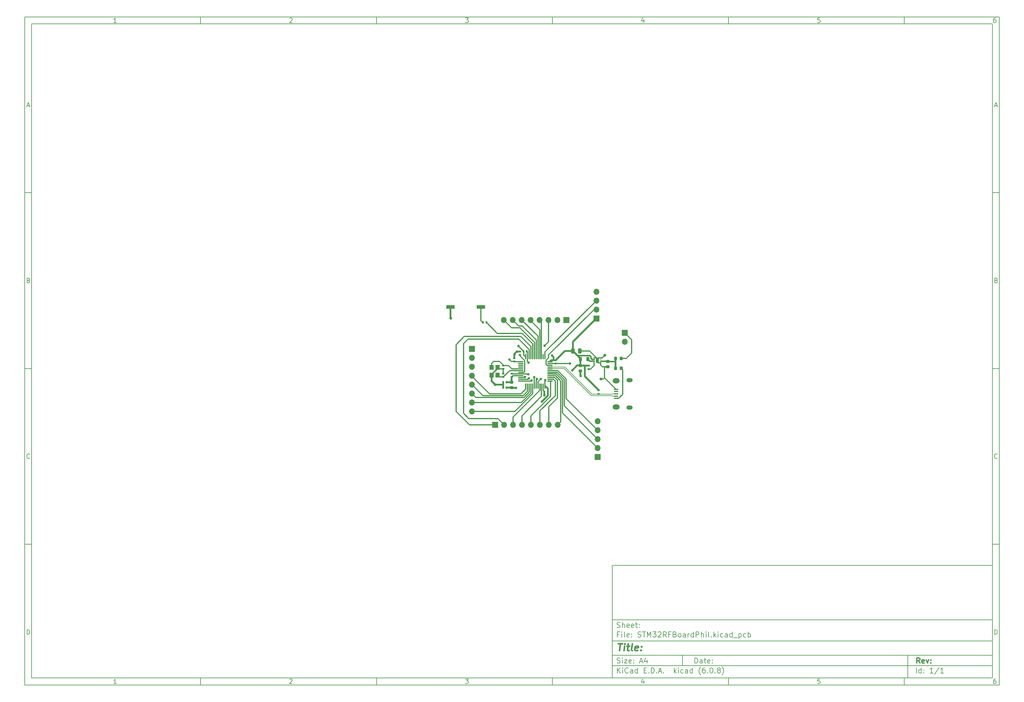
<source format=gbr>
%TF.GenerationSoftware,KiCad,Pcbnew,(6.0.8)*%
%TF.CreationDate,2022-10-27T20:00:02-05:00*%
%TF.ProjectId,STM32RFBoardPhil,53544d33-3252-4464-926f-617264506869,rev?*%
%TF.SameCoordinates,Original*%
%TF.FileFunction,Copper,L1,Top*%
%TF.FilePolarity,Positive*%
%FSLAX46Y46*%
G04 Gerber Fmt 4.6, Leading zero omitted, Abs format (unit mm)*
G04 Created by KiCad (PCBNEW (6.0.8)) date 2022-10-27 20:00:02*
%MOMM*%
%LPD*%
G01*
G04 APERTURE LIST*
G04 Aperture macros list*
%AMRoundRect*
0 Rectangle with rounded corners*
0 $1 Rounding radius*
0 $2 $3 $4 $5 $6 $7 $8 $9 X,Y pos of 4 corners*
0 Add a 4 corners polygon primitive as box body*
4,1,4,$2,$3,$4,$5,$6,$7,$8,$9,$2,$3,0*
0 Add four circle primitives for the rounded corners*
1,1,$1+$1,$2,$3*
1,1,$1+$1,$4,$5*
1,1,$1+$1,$6,$7*
1,1,$1+$1,$8,$9*
0 Add four rect primitives between the rounded corners*
20,1,$1+$1,$2,$3,$4,$5,0*
20,1,$1+$1,$4,$5,$6,$7,0*
20,1,$1+$1,$6,$7,$8,$9,0*
20,1,$1+$1,$8,$9,$2,$3,0*%
G04 Aperture macros list end*
%ADD10C,0.100000*%
%ADD11C,0.150000*%
%ADD12C,0.300000*%
%ADD13C,0.400000*%
%TA.AperFunction,SMDPad,CuDef*%
%ADD14RoundRect,0.140000X0.170000X-0.140000X0.170000X0.140000X-0.170000X0.140000X-0.170000X-0.140000X0*%
%TD*%
%TA.AperFunction,SMDPad,CuDef*%
%ADD15RoundRect,0.225000X-0.250000X0.225000X-0.250000X-0.225000X0.250000X-0.225000X0.250000X0.225000X0*%
%TD*%
%TA.AperFunction,SMDPad,CuDef*%
%ADD16RoundRect,0.135000X0.185000X-0.135000X0.185000X0.135000X-0.185000X0.135000X-0.185000X-0.135000X0*%
%TD*%
%TA.AperFunction,SMDPad,CuDef*%
%ADD17RoundRect,0.140000X0.140000X0.170000X-0.140000X0.170000X-0.140000X-0.170000X0.140000X-0.170000X0*%
%TD*%
%TA.AperFunction,SMDPad,CuDef*%
%ADD18RoundRect,0.140000X-0.170000X0.140000X-0.170000X-0.140000X0.170000X-0.140000X0.170000X0.140000X0*%
%TD*%
%TA.AperFunction,ComponentPad*%
%ADD19R,1.700000X1.700000*%
%TD*%
%TA.AperFunction,ComponentPad*%
%ADD20O,1.700000X1.700000*%
%TD*%
%TA.AperFunction,SMDPad,CuDef*%
%ADD21RoundRect,0.075000X-0.662500X-0.075000X0.662500X-0.075000X0.662500X0.075000X-0.662500X0.075000X0*%
%TD*%
%TA.AperFunction,SMDPad,CuDef*%
%ADD22RoundRect,0.075000X-0.075000X-0.662500X0.075000X-0.662500X0.075000X0.662500X-0.075000X0.662500X0*%
%TD*%
%TA.AperFunction,SMDPad,CuDef*%
%ADD23R,2.440000X1.120000*%
%TD*%
%TA.AperFunction,SMDPad,CuDef*%
%ADD24RoundRect,0.218750X0.218750X0.256250X-0.218750X0.256250X-0.218750X-0.256250X0.218750X-0.256250X0*%
%TD*%
%TA.AperFunction,SMDPad,CuDef*%
%ADD25R,1.300000X0.450000*%
%TD*%
%TA.AperFunction,ComponentPad*%
%ADD26O,1.800000X1.150000*%
%TD*%
%TA.AperFunction,ComponentPad*%
%ADD27O,2.000000X1.450000*%
%TD*%
%TA.AperFunction,SMDPad,CuDef*%
%ADD28RoundRect,0.140000X-0.140000X-0.170000X0.140000X-0.170000X0.140000X0.170000X-0.140000X0.170000X0*%
%TD*%
%TA.AperFunction,SMDPad,CuDef*%
%ADD29RoundRect,0.218750X0.218750X0.381250X-0.218750X0.381250X-0.218750X-0.381250X0.218750X-0.381250X0*%
%TD*%
%TA.AperFunction,SMDPad,CuDef*%
%ADD30RoundRect,0.218750X-0.256250X0.218750X-0.256250X-0.218750X0.256250X-0.218750X0.256250X0.218750X0*%
%TD*%
%TA.AperFunction,SMDPad,CuDef*%
%ADD31RoundRect,0.135000X-0.135000X-0.185000X0.135000X-0.185000X0.135000X0.185000X-0.135000X0.185000X0*%
%TD*%
%TA.AperFunction,SMDPad,CuDef*%
%ADD32R,1.200000X1.400000*%
%TD*%
%TA.AperFunction,SMDPad,CuDef*%
%ADD33R,0.500000X0.250000*%
%TD*%
%TA.AperFunction,ComponentPad*%
%ADD34C,0.600000*%
%TD*%
%TA.AperFunction,SMDPad,CuDef*%
%ADD35R,0.900000X1.600000*%
%TD*%
%TA.AperFunction,SMDPad,CuDef*%
%ADD36RoundRect,0.250000X-0.250000X-0.475000X0.250000X-0.475000X0.250000X0.475000X-0.250000X0.475000X0*%
%TD*%
%TA.AperFunction,ViaPad*%
%ADD37C,0.700000*%
%TD*%
%TA.AperFunction,ViaPad*%
%ADD38C,0.800000*%
%TD*%
%TA.AperFunction,Conductor*%
%ADD39C,0.500000*%
%TD*%
%TA.AperFunction,Conductor*%
%ADD40C,0.300000*%
%TD*%
%TA.AperFunction,Conductor*%
%ADD41C,0.400000*%
%TD*%
%TA.AperFunction,Conductor*%
%ADD42C,0.200000*%
%TD*%
G04 APERTURE END LIST*
D10*
D11*
X177002200Y-166007200D02*
X177002200Y-198007200D01*
X285002200Y-198007200D01*
X285002200Y-166007200D01*
X177002200Y-166007200D01*
D10*
D11*
X10000000Y-10000000D02*
X10000000Y-200007200D01*
X287002200Y-200007200D01*
X287002200Y-10000000D01*
X10000000Y-10000000D01*
D10*
D11*
X12000000Y-12000000D02*
X12000000Y-198007200D01*
X285002200Y-198007200D01*
X285002200Y-12000000D01*
X12000000Y-12000000D01*
D10*
D11*
X60000000Y-12000000D02*
X60000000Y-10000000D01*
D10*
D11*
X110000000Y-12000000D02*
X110000000Y-10000000D01*
D10*
D11*
X160000000Y-12000000D02*
X160000000Y-10000000D01*
D10*
D11*
X210000000Y-12000000D02*
X210000000Y-10000000D01*
D10*
D11*
X260000000Y-12000000D02*
X260000000Y-10000000D01*
D10*
D11*
X36065476Y-11588095D02*
X35322619Y-11588095D01*
X35694047Y-11588095D02*
X35694047Y-10288095D01*
X35570238Y-10473809D01*
X35446428Y-10597619D01*
X35322619Y-10659523D01*
D10*
D11*
X85322619Y-10411904D02*
X85384523Y-10350000D01*
X85508333Y-10288095D01*
X85817857Y-10288095D01*
X85941666Y-10350000D01*
X86003571Y-10411904D01*
X86065476Y-10535714D01*
X86065476Y-10659523D01*
X86003571Y-10845238D01*
X85260714Y-11588095D01*
X86065476Y-11588095D01*
D10*
D11*
X135260714Y-10288095D02*
X136065476Y-10288095D01*
X135632142Y-10783333D01*
X135817857Y-10783333D01*
X135941666Y-10845238D01*
X136003571Y-10907142D01*
X136065476Y-11030952D01*
X136065476Y-11340476D01*
X136003571Y-11464285D01*
X135941666Y-11526190D01*
X135817857Y-11588095D01*
X135446428Y-11588095D01*
X135322619Y-11526190D01*
X135260714Y-11464285D01*
D10*
D11*
X185941666Y-10721428D02*
X185941666Y-11588095D01*
X185632142Y-10226190D02*
X185322619Y-11154761D01*
X186127380Y-11154761D01*
D10*
D11*
X236003571Y-10288095D02*
X235384523Y-10288095D01*
X235322619Y-10907142D01*
X235384523Y-10845238D01*
X235508333Y-10783333D01*
X235817857Y-10783333D01*
X235941666Y-10845238D01*
X236003571Y-10907142D01*
X236065476Y-11030952D01*
X236065476Y-11340476D01*
X236003571Y-11464285D01*
X235941666Y-11526190D01*
X235817857Y-11588095D01*
X235508333Y-11588095D01*
X235384523Y-11526190D01*
X235322619Y-11464285D01*
D10*
D11*
X285941666Y-10288095D02*
X285694047Y-10288095D01*
X285570238Y-10350000D01*
X285508333Y-10411904D01*
X285384523Y-10597619D01*
X285322619Y-10845238D01*
X285322619Y-11340476D01*
X285384523Y-11464285D01*
X285446428Y-11526190D01*
X285570238Y-11588095D01*
X285817857Y-11588095D01*
X285941666Y-11526190D01*
X286003571Y-11464285D01*
X286065476Y-11340476D01*
X286065476Y-11030952D01*
X286003571Y-10907142D01*
X285941666Y-10845238D01*
X285817857Y-10783333D01*
X285570238Y-10783333D01*
X285446428Y-10845238D01*
X285384523Y-10907142D01*
X285322619Y-11030952D01*
D10*
D11*
X60000000Y-198007200D02*
X60000000Y-200007200D01*
D10*
D11*
X110000000Y-198007200D02*
X110000000Y-200007200D01*
D10*
D11*
X160000000Y-198007200D02*
X160000000Y-200007200D01*
D10*
D11*
X210000000Y-198007200D02*
X210000000Y-200007200D01*
D10*
D11*
X260000000Y-198007200D02*
X260000000Y-200007200D01*
D10*
D11*
X36065476Y-199595295D02*
X35322619Y-199595295D01*
X35694047Y-199595295D02*
X35694047Y-198295295D01*
X35570238Y-198481009D01*
X35446428Y-198604819D01*
X35322619Y-198666723D01*
D10*
D11*
X85322619Y-198419104D02*
X85384523Y-198357200D01*
X85508333Y-198295295D01*
X85817857Y-198295295D01*
X85941666Y-198357200D01*
X86003571Y-198419104D01*
X86065476Y-198542914D01*
X86065476Y-198666723D01*
X86003571Y-198852438D01*
X85260714Y-199595295D01*
X86065476Y-199595295D01*
D10*
D11*
X135260714Y-198295295D02*
X136065476Y-198295295D01*
X135632142Y-198790533D01*
X135817857Y-198790533D01*
X135941666Y-198852438D01*
X136003571Y-198914342D01*
X136065476Y-199038152D01*
X136065476Y-199347676D01*
X136003571Y-199471485D01*
X135941666Y-199533390D01*
X135817857Y-199595295D01*
X135446428Y-199595295D01*
X135322619Y-199533390D01*
X135260714Y-199471485D01*
D10*
D11*
X185941666Y-198728628D02*
X185941666Y-199595295D01*
X185632142Y-198233390D02*
X185322619Y-199161961D01*
X186127380Y-199161961D01*
D10*
D11*
X236003571Y-198295295D02*
X235384523Y-198295295D01*
X235322619Y-198914342D01*
X235384523Y-198852438D01*
X235508333Y-198790533D01*
X235817857Y-198790533D01*
X235941666Y-198852438D01*
X236003571Y-198914342D01*
X236065476Y-199038152D01*
X236065476Y-199347676D01*
X236003571Y-199471485D01*
X235941666Y-199533390D01*
X235817857Y-199595295D01*
X235508333Y-199595295D01*
X235384523Y-199533390D01*
X235322619Y-199471485D01*
D10*
D11*
X285941666Y-198295295D02*
X285694047Y-198295295D01*
X285570238Y-198357200D01*
X285508333Y-198419104D01*
X285384523Y-198604819D01*
X285322619Y-198852438D01*
X285322619Y-199347676D01*
X285384523Y-199471485D01*
X285446428Y-199533390D01*
X285570238Y-199595295D01*
X285817857Y-199595295D01*
X285941666Y-199533390D01*
X286003571Y-199471485D01*
X286065476Y-199347676D01*
X286065476Y-199038152D01*
X286003571Y-198914342D01*
X285941666Y-198852438D01*
X285817857Y-198790533D01*
X285570238Y-198790533D01*
X285446428Y-198852438D01*
X285384523Y-198914342D01*
X285322619Y-199038152D01*
D10*
D11*
X10000000Y-60000000D02*
X12000000Y-60000000D01*
D10*
D11*
X10000000Y-110000000D02*
X12000000Y-110000000D01*
D10*
D11*
X10000000Y-160000000D02*
X12000000Y-160000000D01*
D10*
D11*
X10690476Y-35216666D02*
X11309523Y-35216666D01*
X10566666Y-35588095D02*
X11000000Y-34288095D01*
X11433333Y-35588095D01*
D10*
D11*
X11092857Y-84907142D02*
X11278571Y-84969047D01*
X11340476Y-85030952D01*
X11402380Y-85154761D01*
X11402380Y-85340476D01*
X11340476Y-85464285D01*
X11278571Y-85526190D01*
X11154761Y-85588095D01*
X10659523Y-85588095D01*
X10659523Y-84288095D01*
X11092857Y-84288095D01*
X11216666Y-84350000D01*
X11278571Y-84411904D01*
X11340476Y-84535714D01*
X11340476Y-84659523D01*
X11278571Y-84783333D01*
X11216666Y-84845238D01*
X11092857Y-84907142D01*
X10659523Y-84907142D01*
D10*
D11*
X11402380Y-135464285D02*
X11340476Y-135526190D01*
X11154761Y-135588095D01*
X11030952Y-135588095D01*
X10845238Y-135526190D01*
X10721428Y-135402380D01*
X10659523Y-135278571D01*
X10597619Y-135030952D01*
X10597619Y-134845238D01*
X10659523Y-134597619D01*
X10721428Y-134473809D01*
X10845238Y-134350000D01*
X11030952Y-134288095D01*
X11154761Y-134288095D01*
X11340476Y-134350000D01*
X11402380Y-134411904D01*
D10*
D11*
X10659523Y-185588095D02*
X10659523Y-184288095D01*
X10969047Y-184288095D01*
X11154761Y-184350000D01*
X11278571Y-184473809D01*
X11340476Y-184597619D01*
X11402380Y-184845238D01*
X11402380Y-185030952D01*
X11340476Y-185278571D01*
X11278571Y-185402380D01*
X11154761Y-185526190D01*
X10969047Y-185588095D01*
X10659523Y-185588095D01*
D10*
D11*
X287002200Y-60000000D02*
X285002200Y-60000000D01*
D10*
D11*
X287002200Y-110000000D02*
X285002200Y-110000000D01*
D10*
D11*
X287002200Y-160000000D02*
X285002200Y-160000000D01*
D10*
D11*
X285692676Y-35216666D02*
X286311723Y-35216666D01*
X285568866Y-35588095D02*
X286002200Y-34288095D01*
X286435533Y-35588095D01*
D10*
D11*
X286095057Y-84907142D02*
X286280771Y-84969047D01*
X286342676Y-85030952D01*
X286404580Y-85154761D01*
X286404580Y-85340476D01*
X286342676Y-85464285D01*
X286280771Y-85526190D01*
X286156961Y-85588095D01*
X285661723Y-85588095D01*
X285661723Y-84288095D01*
X286095057Y-84288095D01*
X286218866Y-84350000D01*
X286280771Y-84411904D01*
X286342676Y-84535714D01*
X286342676Y-84659523D01*
X286280771Y-84783333D01*
X286218866Y-84845238D01*
X286095057Y-84907142D01*
X285661723Y-84907142D01*
D10*
D11*
X286404580Y-135464285D02*
X286342676Y-135526190D01*
X286156961Y-135588095D01*
X286033152Y-135588095D01*
X285847438Y-135526190D01*
X285723628Y-135402380D01*
X285661723Y-135278571D01*
X285599819Y-135030952D01*
X285599819Y-134845238D01*
X285661723Y-134597619D01*
X285723628Y-134473809D01*
X285847438Y-134350000D01*
X286033152Y-134288095D01*
X286156961Y-134288095D01*
X286342676Y-134350000D01*
X286404580Y-134411904D01*
D10*
D11*
X285661723Y-185588095D02*
X285661723Y-184288095D01*
X285971247Y-184288095D01*
X286156961Y-184350000D01*
X286280771Y-184473809D01*
X286342676Y-184597619D01*
X286404580Y-184845238D01*
X286404580Y-185030952D01*
X286342676Y-185278571D01*
X286280771Y-185402380D01*
X286156961Y-185526190D01*
X285971247Y-185588095D01*
X285661723Y-185588095D01*
D10*
D11*
X200434342Y-193785771D02*
X200434342Y-192285771D01*
X200791485Y-192285771D01*
X201005771Y-192357200D01*
X201148628Y-192500057D01*
X201220057Y-192642914D01*
X201291485Y-192928628D01*
X201291485Y-193142914D01*
X201220057Y-193428628D01*
X201148628Y-193571485D01*
X201005771Y-193714342D01*
X200791485Y-193785771D01*
X200434342Y-193785771D01*
X202577200Y-193785771D02*
X202577200Y-193000057D01*
X202505771Y-192857200D01*
X202362914Y-192785771D01*
X202077200Y-192785771D01*
X201934342Y-192857200D01*
X202577200Y-193714342D02*
X202434342Y-193785771D01*
X202077200Y-193785771D01*
X201934342Y-193714342D01*
X201862914Y-193571485D01*
X201862914Y-193428628D01*
X201934342Y-193285771D01*
X202077200Y-193214342D01*
X202434342Y-193214342D01*
X202577200Y-193142914D01*
X203077200Y-192785771D02*
X203648628Y-192785771D01*
X203291485Y-192285771D02*
X203291485Y-193571485D01*
X203362914Y-193714342D01*
X203505771Y-193785771D01*
X203648628Y-193785771D01*
X204720057Y-193714342D02*
X204577200Y-193785771D01*
X204291485Y-193785771D01*
X204148628Y-193714342D01*
X204077200Y-193571485D01*
X204077200Y-193000057D01*
X204148628Y-192857200D01*
X204291485Y-192785771D01*
X204577200Y-192785771D01*
X204720057Y-192857200D01*
X204791485Y-193000057D01*
X204791485Y-193142914D01*
X204077200Y-193285771D01*
X205434342Y-193642914D02*
X205505771Y-193714342D01*
X205434342Y-193785771D01*
X205362914Y-193714342D01*
X205434342Y-193642914D01*
X205434342Y-193785771D01*
X205434342Y-192857200D02*
X205505771Y-192928628D01*
X205434342Y-193000057D01*
X205362914Y-192928628D01*
X205434342Y-192857200D01*
X205434342Y-193000057D01*
D10*
D11*
X177002200Y-194507200D02*
X285002200Y-194507200D01*
D10*
D11*
X178434342Y-196585771D02*
X178434342Y-195085771D01*
X179291485Y-196585771D02*
X178648628Y-195728628D01*
X179291485Y-195085771D02*
X178434342Y-195942914D01*
X179934342Y-196585771D02*
X179934342Y-195585771D01*
X179934342Y-195085771D02*
X179862914Y-195157200D01*
X179934342Y-195228628D01*
X180005771Y-195157200D01*
X179934342Y-195085771D01*
X179934342Y-195228628D01*
X181505771Y-196442914D02*
X181434342Y-196514342D01*
X181220057Y-196585771D01*
X181077200Y-196585771D01*
X180862914Y-196514342D01*
X180720057Y-196371485D01*
X180648628Y-196228628D01*
X180577200Y-195942914D01*
X180577200Y-195728628D01*
X180648628Y-195442914D01*
X180720057Y-195300057D01*
X180862914Y-195157200D01*
X181077200Y-195085771D01*
X181220057Y-195085771D01*
X181434342Y-195157200D01*
X181505771Y-195228628D01*
X182791485Y-196585771D02*
X182791485Y-195800057D01*
X182720057Y-195657200D01*
X182577200Y-195585771D01*
X182291485Y-195585771D01*
X182148628Y-195657200D01*
X182791485Y-196514342D02*
X182648628Y-196585771D01*
X182291485Y-196585771D01*
X182148628Y-196514342D01*
X182077200Y-196371485D01*
X182077200Y-196228628D01*
X182148628Y-196085771D01*
X182291485Y-196014342D01*
X182648628Y-196014342D01*
X182791485Y-195942914D01*
X184148628Y-196585771D02*
X184148628Y-195085771D01*
X184148628Y-196514342D02*
X184005771Y-196585771D01*
X183720057Y-196585771D01*
X183577200Y-196514342D01*
X183505771Y-196442914D01*
X183434342Y-196300057D01*
X183434342Y-195871485D01*
X183505771Y-195728628D01*
X183577200Y-195657200D01*
X183720057Y-195585771D01*
X184005771Y-195585771D01*
X184148628Y-195657200D01*
X186005771Y-195800057D02*
X186505771Y-195800057D01*
X186720057Y-196585771D02*
X186005771Y-196585771D01*
X186005771Y-195085771D01*
X186720057Y-195085771D01*
X187362914Y-196442914D02*
X187434342Y-196514342D01*
X187362914Y-196585771D01*
X187291485Y-196514342D01*
X187362914Y-196442914D01*
X187362914Y-196585771D01*
X188077200Y-196585771D02*
X188077200Y-195085771D01*
X188434342Y-195085771D01*
X188648628Y-195157200D01*
X188791485Y-195300057D01*
X188862914Y-195442914D01*
X188934342Y-195728628D01*
X188934342Y-195942914D01*
X188862914Y-196228628D01*
X188791485Y-196371485D01*
X188648628Y-196514342D01*
X188434342Y-196585771D01*
X188077200Y-196585771D01*
X189577200Y-196442914D02*
X189648628Y-196514342D01*
X189577200Y-196585771D01*
X189505771Y-196514342D01*
X189577200Y-196442914D01*
X189577200Y-196585771D01*
X190220057Y-196157200D02*
X190934342Y-196157200D01*
X190077200Y-196585771D02*
X190577200Y-195085771D01*
X191077200Y-196585771D01*
X191577200Y-196442914D02*
X191648628Y-196514342D01*
X191577200Y-196585771D01*
X191505771Y-196514342D01*
X191577200Y-196442914D01*
X191577200Y-196585771D01*
X194577200Y-196585771D02*
X194577200Y-195085771D01*
X194720057Y-196014342D02*
X195148628Y-196585771D01*
X195148628Y-195585771D02*
X194577200Y-196157200D01*
X195791485Y-196585771D02*
X195791485Y-195585771D01*
X195791485Y-195085771D02*
X195720057Y-195157200D01*
X195791485Y-195228628D01*
X195862914Y-195157200D01*
X195791485Y-195085771D01*
X195791485Y-195228628D01*
X197148628Y-196514342D02*
X197005771Y-196585771D01*
X196720057Y-196585771D01*
X196577200Y-196514342D01*
X196505771Y-196442914D01*
X196434342Y-196300057D01*
X196434342Y-195871485D01*
X196505771Y-195728628D01*
X196577200Y-195657200D01*
X196720057Y-195585771D01*
X197005771Y-195585771D01*
X197148628Y-195657200D01*
X198434342Y-196585771D02*
X198434342Y-195800057D01*
X198362914Y-195657200D01*
X198220057Y-195585771D01*
X197934342Y-195585771D01*
X197791485Y-195657200D01*
X198434342Y-196514342D02*
X198291485Y-196585771D01*
X197934342Y-196585771D01*
X197791485Y-196514342D01*
X197720057Y-196371485D01*
X197720057Y-196228628D01*
X197791485Y-196085771D01*
X197934342Y-196014342D01*
X198291485Y-196014342D01*
X198434342Y-195942914D01*
X199791485Y-196585771D02*
X199791485Y-195085771D01*
X199791485Y-196514342D02*
X199648628Y-196585771D01*
X199362914Y-196585771D01*
X199220057Y-196514342D01*
X199148628Y-196442914D01*
X199077200Y-196300057D01*
X199077200Y-195871485D01*
X199148628Y-195728628D01*
X199220057Y-195657200D01*
X199362914Y-195585771D01*
X199648628Y-195585771D01*
X199791485Y-195657200D01*
X202077200Y-197157200D02*
X202005771Y-197085771D01*
X201862914Y-196871485D01*
X201791485Y-196728628D01*
X201720057Y-196514342D01*
X201648628Y-196157200D01*
X201648628Y-195871485D01*
X201720057Y-195514342D01*
X201791485Y-195300057D01*
X201862914Y-195157200D01*
X202005771Y-194942914D01*
X202077200Y-194871485D01*
X203291485Y-195085771D02*
X203005771Y-195085771D01*
X202862914Y-195157200D01*
X202791485Y-195228628D01*
X202648628Y-195442914D01*
X202577200Y-195728628D01*
X202577200Y-196300057D01*
X202648628Y-196442914D01*
X202720057Y-196514342D01*
X202862914Y-196585771D01*
X203148628Y-196585771D01*
X203291485Y-196514342D01*
X203362914Y-196442914D01*
X203434342Y-196300057D01*
X203434342Y-195942914D01*
X203362914Y-195800057D01*
X203291485Y-195728628D01*
X203148628Y-195657200D01*
X202862914Y-195657200D01*
X202720057Y-195728628D01*
X202648628Y-195800057D01*
X202577200Y-195942914D01*
X204077200Y-196442914D02*
X204148628Y-196514342D01*
X204077200Y-196585771D01*
X204005771Y-196514342D01*
X204077200Y-196442914D01*
X204077200Y-196585771D01*
X205077200Y-195085771D02*
X205220057Y-195085771D01*
X205362914Y-195157200D01*
X205434342Y-195228628D01*
X205505771Y-195371485D01*
X205577200Y-195657200D01*
X205577200Y-196014342D01*
X205505771Y-196300057D01*
X205434342Y-196442914D01*
X205362914Y-196514342D01*
X205220057Y-196585771D01*
X205077200Y-196585771D01*
X204934342Y-196514342D01*
X204862914Y-196442914D01*
X204791485Y-196300057D01*
X204720057Y-196014342D01*
X204720057Y-195657200D01*
X204791485Y-195371485D01*
X204862914Y-195228628D01*
X204934342Y-195157200D01*
X205077200Y-195085771D01*
X206220057Y-196442914D02*
X206291485Y-196514342D01*
X206220057Y-196585771D01*
X206148628Y-196514342D01*
X206220057Y-196442914D01*
X206220057Y-196585771D01*
X207148628Y-195728628D02*
X207005771Y-195657200D01*
X206934342Y-195585771D01*
X206862914Y-195442914D01*
X206862914Y-195371485D01*
X206934342Y-195228628D01*
X207005771Y-195157200D01*
X207148628Y-195085771D01*
X207434342Y-195085771D01*
X207577200Y-195157200D01*
X207648628Y-195228628D01*
X207720057Y-195371485D01*
X207720057Y-195442914D01*
X207648628Y-195585771D01*
X207577200Y-195657200D01*
X207434342Y-195728628D01*
X207148628Y-195728628D01*
X207005771Y-195800057D01*
X206934342Y-195871485D01*
X206862914Y-196014342D01*
X206862914Y-196300057D01*
X206934342Y-196442914D01*
X207005771Y-196514342D01*
X207148628Y-196585771D01*
X207434342Y-196585771D01*
X207577200Y-196514342D01*
X207648628Y-196442914D01*
X207720057Y-196300057D01*
X207720057Y-196014342D01*
X207648628Y-195871485D01*
X207577200Y-195800057D01*
X207434342Y-195728628D01*
X208220057Y-197157200D02*
X208291485Y-197085771D01*
X208434342Y-196871485D01*
X208505771Y-196728628D01*
X208577200Y-196514342D01*
X208648628Y-196157200D01*
X208648628Y-195871485D01*
X208577200Y-195514342D01*
X208505771Y-195300057D01*
X208434342Y-195157200D01*
X208291485Y-194942914D01*
X208220057Y-194871485D01*
D10*
D11*
X177002200Y-191507200D02*
X285002200Y-191507200D01*
D10*
D12*
X264411485Y-193785771D02*
X263911485Y-193071485D01*
X263554342Y-193785771D02*
X263554342Y-192285771D01*
X264125771Y-192285771D01*
X264268628Y-192357200D01*
X264340057Y-192428628D01*
X264411485Y-192571485D01*
X264411485Y-192785771D01*
X264340057Y-192928628D01*
X264268628Y-193000057D01*
X264125771Y-193071485D01*
X263554342Y-193071485D01*
X265625771Y-193714342D02*
X265482914Y-193785771D01*
X265197200Y-193785771D01*
X265054342Y-193714342D01*
X264982914Y-193571485D01*
X264982914Y-193000057D01*
X265054342Y-192857200D01*
X265197200Y-192785771D01*
X265482914Y-192785771D01*
X265625771Y-192857200D01*
X265697200Y-193000057D01*
X265697200Y-193142914D01*
X264982914Y-193285771D01*
X266197200Y-192785771D02*
X266554342Y-193785771D01*
X266911485Y-192785771D01*
X267482914Y-193642914D02*
X267554342Y-193714342D01*
X267482914Y-193785771D01*
X267411485Y-193714342D01*
X267482914Y-193642914D01*
X267482914Y-193785771D01*
X267482914Y-192857200D02*
X267554342Y-192928628D01*
X267482914Y-193000057D01*
X267411485Y-192928628D01*
X267482914Y-192857200D01*
X267482914Y-193000057D01*
D10*
D11*
X178362914Y-193714342D02*
X178577200Y-193785771D01*
X178934342Y-193785771D01*
X179077200Y-193714342D01*
X179148628Y-193642914D01*
X179220057Y-193500057D01*
X179220057Y-193357200D01*
X179148628Y-193214342D01*
X179077200Y-193142914D01*
X178934342Y-193071485D01*
X178648628Y-193000057D01*
X178505771Y-192928628D01*
X178434342Y-192857200D01*
X178362914Y-192714342D01*
X178362914Y-192571485D01*
X178434342Y-192428628D01*
X178505771Y-192357200D01*
X178648628Y-192285771D01*
X179005771Y-192285771D01*
X179220057Y-192357200D01*
X179862914Y-193785771D02*
X179862914Y-192785771D01*
X179862914Y-192285771D02*
X179791485Y-192357200D01*
X179862914Y-192428628D01*
X179934342Y-192357200D01*
X179862914Y-192285771D01*
X179862914Y-192428628D01*
X180434342Y-192785771D02*
X181220057Y-192785771D01*
X180434342Y-193785771D01*
X181220057Y-193785771D01*
X182362914Y-193714342D02*
X182220057Y-193785771D01*
X181934342Y-193785771D01*
X181791485Y-193714342D01*
X181720057Y-193571485D01*
X181720057Y-193000057D01*
X181791485Y-192857200D01*
X181934342Y-192785771D01*
X182220057Y-192785771D01*
X182362914Y-192857200D01*
X182434342Y-193000057D01*
X182434342Y-193142914D01*
X181720057Y-193285771D01*
X183077200Y-193642914D02*
X183148628Y-193714342D01*
X183077200Y-193785771D01*
X183005771Y-193714342D01*
X183077200Y-193642914D01*
X183077200Y-193785771D01*
X183077200Y-192857200D02*
X183148628Y-192928628D01*
X183077200Y-193000057D01*
X183005771Y-192928628D01*
X183077200Y-192857200D01*
X183077200Y-193000057D01*
X184862914Y-193357200D02*
X185577200Y-193357200D01*
X184720057Y-193785771D02*
X185220057Y-192285771D01*
X185720057Y-193785771D01*
X186862914Y-192785771D02*
X186862914Y-193785771D01*
X186505771Y-192214342D02*
X186148628Y-193285771D01*
X187077200Y-193285771D01*
D10*
D11*
X263434342Y-196585771D02*
X263434342Y-195085771D01*
X264791485Y-196585771D02*
X264791485Y-195085771D01*
X264791485Y-196514342D02*
X264648628Y-196585771D01*
X264362914Y-196585771D01*
X264220057Y-196514342D01*
X264148628Y-196442914D01*
X264077200Y-196300057D01*
X264077200Y-195871485D01*
X264148628Y-195728628D01*
X264220057Y-195657200D01*
X264362914Y-195585771D01*
X264648628Y-195585771D01*
X264791485Y-195657200D01*
X265505771Y-196442914D02*
X265577200Y-196514342D01*
X265505771Y-196585771D01*
X265434342Y-196514342D01*
X265505771Y-196442914D01*
X265505771Y-196585771D01*
X265505771Y-195657200D02*
X265577200Y-195728628D01*
X265505771Y-195800057D01*
X265434342Y-195728628D01*
X265505771Y-195657200D01*
X265505771Y-195800057D01*
X268148628Y-196585771D02*
X267291485Y-196585771D01*
X267720057Y-196585771D02*
X267720057Y-195085771D01*
X267577200Y-195300057D01*
X267434342Y-195442914D01*
X267291485Y-195514342D01*
X269862914Y-195014342D02*
X268577200Y-196942914D01*
X271148628Y-196585771D02*
X270291485Y-196585771D01*
X270720057Y-196585771D02*
X270720057Y-195085771D01*
X270577200Y-195300057D01*
X270434342Y-195442914D01*
X270291485Y-195514342D01*
D10*
D11*
X177002200Y-187507200D02*
X285002200Y-187507200D01*
D10*
D13*
X178714580Y-188211961D02*
X179857438Y-188211961D01*
X179036009Y-190211961D02*
X179286009Y-188211961D01*
X180274104Y-190211961D02*
X180440771Y-188878628D01*
X180524104Y-188211961D02*
X180416961Y-188307200D01*
X180500295Y-188402438D01*
X180607438Y-188307200D01*
X180524104Y-188211961D01*
X180500295Y-188402438D01*
X181107438Y-188878628D02*
X181869342Y-188878628D01*
X181476485Y-188211961D02*
X181262200Y-189926247D01*
X181333628Y-190116723D01*
X181512200Y-190211961D01*
X181702676Y-190211961D01*
X182655057Y-190211961D02*
X182476485Y-190116723D01*
X182405057Y-189926247D01*
X182619342Y-188211961D01*
X184190771Y-190116723D02*
X183988390Y-190211961D01*
X183607438Y-190211961D01*
X183428866Y-190116723D01*
X183357438Y-189926247D01*
X183452676Y-189164342D01*
X183571723Y-188973866D01*
X183774104Y-188878628D01*
X184155057Y-188878628D01*
X184333628Y-188973866D01*
X184405057Y-189164342D01*
X184381247Y-189354819D01*
X183405057Y-189545295D01*
X185155057Y-190021485D02*
X185238390Y-190116723D01*
X185131247Y-190211961D01*
X185047914Y-190116723D01*
X185155057Y-190021485D01*
X185131247Y-190211961D01*
X185286009Y-188973866D02*
X185369342Y-189069104D01*
X185262200Y-189164342D01*
X185178866Y-189069104D01*
X185286009Y-188973866D01*
X185262200Y-189164342D01*
D10*
D11*
X178934342Y-185600057D02*
X178434342Y-185600057D01*
X178434342Y-186385771D02*
X178434342Y-184885771D01*
X179148628Y-184885771D01*
X179720057Y-186385771D02*
X179720057Y-185385771D01*
X179720057Y-184885771D02*
X179648628Y-184957200D01*
X179720057Y-185028628D01*
X179791485Y-184957200D01*
X179720057Y-184885771D01*
X179720057Y-185028628D01*
X180648628Y-186385771D02*
X180505771Y-186314342D01*
X180434342Y-186171485D01*
X180434342Y-184885771D01*
X181791485Y-186314342D02*
X181648628Y-186385771D01*
X181362914Y-186385771D01*
X181220057Y-186314342D01*
X181148628Y-186171485D01*
X181148628Y-185600057D01*
X181220057Y-185457200D01*
X181362914Y-185385771D01*
X181648628Y-185385771D01*
X181791485Y-185457200D01*
X181862914Y-185600057D01*
X181862914Y-185742914D01*
X181148628Y-185885771D01*
X182505771Y-186242914D02*
X182577200Y-186314342D01*
X182505771Y-186385771D01*
X182434342Y-186314342D01*
X182505771Y-186242914D01*
X182505771Y-186385771D01*
X182505771Y-185457200D02*
X182577200Y-185528628D01*
X182505771Y-185600057D01*
X182434342Y-185528628D01*
X182505771Y-185457200D01*
X182505771Y-185600057D01*
X184291485Y-186314342D02*
X184505771Y-186385771D01*
X184862914Y-186385771D01*
X185005771Y-186314342D01*
X185077200Y-186242914D01*
X185148628Y-186100057D01*
X185148628Y-185957200D01*
X185077200Y-185814342D01*
X185005771Y-185742914D01*
X184862914Y-185671485D01*
X184577200Y-185600057D01*
X184434342Y-185528628D01*
X184362914Y-185457200D01*
X184291485Y-185314342D01*
X184291485Y-185171485D01*
X184362914Y-185028628D01*
X184434342Y-184957200D01*
X184577200Y-184885771D01*
X184934342Y-184885771D01*
X185148628Y-184957200D01*
X185577200Y-184885771D02*
X186434342Y-184885771D01*
X186005771Y-186385771D02*
X186005771Y-184885771D01*
X186934342Y-186385771D02*
X186934342Y-184885771D01*
X187434342Y-185957200D01*
X187934342Y-184885771D01*
X187934342Y-186385771D01*
X188505771Y-184885771D02*
X189434342Y-184885771D01*
X188934342Y-185457200D01*
X189148628Y-185457200D01*
X189291485Y-185528628D01*
X189362914Y-185600057D01*
X189434342Y-185742914D01*
X189434342Y-186100057D01*
X189362914Y-186242914D01*
X189291485Y-186314342D01*
X189148628Y-186385771D01*
X188720057Y-186385771D01*
X188577200Y-186314342D01*
X188505771Y-186242914D01*
X190005771Y-185028628D02*
X190077200Y-184957200D01*
X190220057Y-184885771D01*
X190577200Y-184885771D01*
X190720057Y-184957200D01*
X190791485Y-185028628D01*
X190862914Y-185171485D01*
X190862914Y-185314342D01*
X190791485Y-185528628D01*
X189934342Y-186385771D01*
X190862914Y-186385771D01*
X192362914Y-186385771D02*
X191862914Y-185671485D01*
X191505771Y-186385771D02*
X191505771Y-184885771D01*
X192077200Y-184885771D01*
X192220057Y-184957200D01*
X192291485Y-185028628D01*
X192362914Y-185171485D01*
X192362914Y-185385771D01*
X192291485Y-185528628D01*
X192220057Y-185600057D01*
X192077200Y-185671485D01*
X191505771Y-185671485D01*
X193505771Y-185600057D02*
X193005771Y-185600057D01*
X193005771Y-186385771D02*
X193005771Y-184885771D01*
X193720057Y-184885771D01*
X194791485Y-185600057D02*
X195005771Y-185671485D01*
X195077200Y-185742914D01*
X195148628Y-185885771D01*
X195148628Y-186100057D01*
X195077200Y-186242914D01*
X195005771Y-186314342D01*
X194862914Y-186385771D01*
X194291485Y-186385771D01*
X194291485Y-184885771D01*
X194791485Y-184885771D01*
X194934342Y-184957200D01*
X195005771Y-185028628D01*
X195077200Y-185171485D01*
X195077200Y-185314342D01*
X195005771Y-185457200D01*
X194934342Y-185528628D01*
X194791485Y-185600057D01*
X194291485Y-185600057D01*
X196005771Y-186385771D02*
X195862914Y-186314342D01*
X195791485Y-186242914D01*
X195720057Y-186100057D01*
X195720057Y-185671485D01*
X195791485Y-185528628D01*
X195862914Y-185457200D01*
X196005771Y-185385771D01*
X196220057Y-185385771D01*
X196362914Y-185457200D01*
X196434342Y-185528628D01*
X196505771Y-185671485D01*
X196505771Y-186100057D01*
X196434342Y-186242914D01*
X196362914Y-186314342D01*
X196220057Y-186385771D01*
X196005771Y-186385771D01*
X197791485Y-186385771D02*
X197791485Y-185600057D01*
X197720057Y-185457200D01*
X197577200Y-185385771D01*
X197291485Y-185385771D01*
X197148628Y-185457200D01*
X197791485Y-186314342D02*
X197648628Y-186385771D01*
X197291485Y-186385771D01*
X197148628Y-186314342D01*
X197077200Y-186171485D01*
X197077200Y-186028628D01*
X197148628Y-185885771D01*
X197291485Y-185814342D01*
X197648628Y-185814342D01*
X197791485Y-185742914D01*
X198505771Y-186385771D02*
X198505771Y-185385771D01*
X198505771Y-185671485D02*
X198577200Y-185528628D01*
X198648628Y-185457200D01*
X198791485Y-185385771D01*
X198934342Y-185385771D01*
X200077200Y-186385771D02*
X200077200Y-184885771D01*
X200077200Y-186314342D02*
X199934342Y-186385771D01*
X199648628Y-186385771D01*
X199505771Y-186314342D01*
X199434342Y-186242914D01*
X199362914Y-186100057D01*
X199362914Y-185671485D01*
X199434342Y-185528628D01*
X199505771Y-185457200D01*
X199648628Y-185385771D01*
X199934342Y-185385771D01*
X200077200Y-185457200D01*
X200791485Y-186385771D02*
X200791485Y-184885771D01*
X201362914Y-184885771D01*
X201505771Y-184957200D01*
X201577200Y-185028628D01*
X201648628Y-185171485D01*
X201648628Y-185385771D01*
X201577200Y-185528628D01*
X201505771Y-185600057D01*
X201362914Y-185671485D01*
X200791485Y-185671485D01*
X202291485Y-186385771D02*
X202291485Y-184885771D01*
X202934342Y-186385771D02*
X202934342Y-185600057D01*
X202862914Y-185457200D01*
X202720057Y-185385771D01*
X202505771Y-185385771D01*
X202362914Y-185457200D01*
X202291485Y-185528628D01*
X203648628Y-186385771D02*
X203648628Y-185385771D01*
X203648628Y-184885771D02*
X203577200Y-184957200D01*
X203648628Y-185028628D01*
X203720057Y-184957200D01*
X203648628Y-184885771D01*
X203648628Y-185028628D01*
X204577200Y-186385771D02*
X204434342Y-186314342D01*
X204362914Y-186171485D01*
X204362914Y-184885771D01*
X205148628Y-186242914D02*
X205220057Y-186314342D01*
X205148628Y-186385771D01*
X205077200Y-186314342D01*
X205148628Y-186242914D01*
X205148628Y-186385771D01*
X205862914Y-186385771D02*
X205862914Y-184885771D01*
X206005771Y-185814342D02*
X206434342Y-186385771D01*
X206434342Y-185385771D02*
X205862914Y-185957200D01*
X207077200Y-186385771D02*
X207077200Y-185385771D01*
X207077200Y-184885771D02*
X207005771Y-184957200D01*
X207077200Y-185028628D01*
X207148628Y-184957200D01*
X207077200Y-184885771D01*
X207077200Y-185028628D01*
X208434342Y-186314342D02*
X208291485Y-186385771D01*
X208005771Y-186385771D01*
X207862914Y-186314342D01*
X207791485Y-186242914D01*
X207720057Y-186100057D01*
X207720057Y-185671485D01*
X207791485Y-185528628D01*
X207862914Y-185457200D01*
X208005771Y-185385771D01*
X208291485Y-185385771D01*
X208434342Y-185457200D01*
X209720057Y-186385771D02*
X209720057Y-185600057D01*
X209648628Y-185457200D01*
X209505771Y-185385771D01*
X209220057Y-185385771D01*
X209077200Y-185457200D01*
X209720057Y-186314342D02*
X209577200Y-186385771D01*
X209220057Y-186385771D01*
X209077200Y-186314342D01*
X209005771Y-186171485D01*
X209005771Y-186028628D01*
X209077200Y-185885771D01*
X209220057Y-185814342D01*
X209577200Y-185814342D01*
X209720057Y-185742914D01*
X211077200Y-186385771D02*
X211077200Y-184885771D01*
X211077200Y-186314342D02*
X210934342Y-186385771D01*
X210648628Y-186385771D01*
X210505771Y-186314342D01*
X210434342Y-186242914D01*
X210362914Y-186100057D01*
X210362914Y-185671485D01*
X210434342Y-185528628D01*
X210505771Y-185457200D01*
X210648628Y-185385771D01*
X210934342Y-185385771D01*
X211077200Y-185457200D01*
X211434342Y-186528628D02*
X212577200Y-186528628D01*
X212934342Y-185385771D02*
X212934342Y-186885771D01*
X212934342Y-185457200D02*
X213077200Y-185385771D01*
X213362914Y-185385771D01*
X213505771Y-185457200D01*
X213577200Y-185528628D01*
X213648628Y-185671485D01*
X213648628Y-186100057D01*
X213577200Y-186242914D01*
X213505771Y-186314342D01*
X213362914Y-186385771D01*
X213077200Y-186385771D01*
X212934342Y-186314342D01*
X214934342Y-186314342D02*
X214791485Y-186385771D01*
X214505771Y-186385771D01*
X214362914Y-186314342D01*
X214291485Y-186242914D01*
X214220057Y-186100057D01*
X214220057Y-185671485D01*
X214291485Y-185528628D01*
X214362914Y-185457200D01*
X214505771Y-185385771D01*
X214791485Y-185385771D01*
X214934342Y-185457200D01*
X215577200Y-186385771D02*
X215577200Y-184885771D01*
X215577200Y-185457200D02*
X215720057Y-185385771D01*
X216005771Y-185385771D01*
X216148628Y-185457200D01*
X216220057Y-185528628D01*
X216291485Y-185671485D01*
X216291485Y-186100057D01*
X216220057Y-186242914D01*
X216148628Y-186314342D01*
X216005771Y-186385771D01*
X215720057Y-186385771D01*
X215577200Y-186314342D01*
D10*
D11*
X177002200Y-181507200D02*
X285002200Y-181507200D01*
D10*
D11*
X178362914Y-183614342D02*
X178577200Y-183685771D01*
X178934342Y-183685771D01*
X179077200Y-183614342D01*
X179148628Y-183542914D01*
X179220057Y-183400057D01*
X179220057Y-183257200D01*
X179148628Y-183114342D01*
X179077200Y-183042914D01*
X178934342Y-182971485D01*
X178648628Y-182900057D01*
X178505771Y-182828628D01*
X178434342Y-182757200D01*
X178362914Y-182614342D01*
X178362914Y-182471485D01*
X178434342Y-182328628D01*
X178505771Y-182257200D01*
X178648628Y-182185771D01*
X179005771Y-182185771D01*
X179220057Y-182257200D01*
X179862914Y-183685771D02*
X179862914Y-182185771D01*
X180505771Y-183685771D02*
X180505771Y-182900057D01*
X180434342Y-182757200D01*
X180291485Y-182685771D01*
X180077200Y-182685771D01*
X179934342Y-182757200D01*
X179862914Y-182828628D01*
X181791485Y-183614342D02*
X181648628Y-183685771D01*
X181362914Y-183685771D01*
X181220057Y-183614342D01*
X181148628Y-183471485D01*
X181148628Y-182900057D01*
X181220057Y-182757200D01*
X181362914Y-182685771D01*
X181648628Y-182685771D01*
X181791485Y-182757200D01*
X181862914Y-182900057D01*
X181862914Y-183042914D01*
X181148628Y-183185771D01*
X183077200Y-183614342D02*
X182934342Y-183685771D01*
X182648628Y-183685771D01*
X182505771Y-183614342D01*
X182434342Y-183471485D01*
X182434342Y-182900057D01*
X182505771Y-182757200D01*
X182648628Y-182685771D01*
X182934342Y-182685771D01*
X183077200Y-182757200D01*
X183148628Y-182900057D01*
X183148628Y-183042914D01*
X182434342Y-183185771D01*
X183577200Y-182685771D02*
X184148628Y-182685771D01*
X183791485Y-182185771D02*
X183791485Y-183471485D01*
X183862914Y-183614342D01*
X184005771Y-183685771D01*
X184148628Y-183685771D01*
X184648628Y-183542914D02*
X184720057Y-183614342D01*
X184648628Y-183685771D01*
X184577200Y-183614342D01*
X184648628Y-183542914D01*
X184648628Y-183685771D01*
X184648628Y-182757200D02*
X184720057Y-182828628D01*
X184648628Y-182900057D01*
X184577200Y-182828628D01*
X184648628Y-182757200D01*
X184648628Y-182900057D01*
D10*
D12*
D10*
D11*
D10*
D11*
D10*
D11*
D10*
D11*
D10*
D11*
X197002200Y-191507200D02*
X197002200Y-194507200D01*
D10*
D11*
X261002200Y-191507200D02*
X261002200Y-198007200D01*
D14*
%TO.P,C4,1*%
%TO.N,+3.3V*%
X149145400Y-108004600D03*
%TO.P,C4,2*%
%TO.N,GND*%
X149145400Y-107044600D03*
%TD*%
D15*
%TO.P,C13,1*%
%TO.N,+3.3V*%
X167954600Y-109150400D03*
%TO.P,C13,2*%
%TO.N,GND*%
X167954600Y-110700400D03*
%TD*%
D16*
%TO.P,R2,1*%
%TO.N,/USB_D+*%
X173100000Y-117210000D03*
%TO.P,R2,2*%
%TO.N,+3.3V*%
X173100000Y-116190000D03*
%TD*%
D17*
%TO.P,C7,1*%
%TO.N,+3.3VA*%
X146918600Y-113875200D03*
%TO.P,C7,2*%
%TO.N,GND*%
X145958600Y-113875200D03*
%TD*%
D16*
%TO.P,R3,1*%
%TO.N,Net-(R3-Pad1)*%
X170254600Y-110185400D03*
%TO.P,R3,2*%
%TO.N,+3.3V*%
X170254600Y-109165400D03*
%TD*%
D14*
%TO.P,C10,1*%
%TO.N,GND*%
X145956000Y-110110800D03*
%TO.P,C10,2*%
%TO.N,/HSE_IN*%
X145956000Y-109150800D03*
%TD*%
D15*
%TO.P,C12,1*%
%TO.N,Net-(U2-Pad2)*%
X175721800Y-107971400D03*
%TO.P,C12,2*%
%TO.N,GND*%
X175721800Y-109521400D03*
%TD*%
D18*
%TO.P,C2,1*%
%TO.N,+3.3V*%
X160891200Y-107601400D03*
%TO.P,C2,2*%
%TO.N,GND*%
X160891200Y-108561400D03*
%TD*%
D19*
%TO.P,J5,1,Pin_1*%
%TO.N,/PB8*%
X143735800Y-126033400D03*
D20*
%TO.P,J5,2,Pin_2*%
%TO.N,/PB9*%
X146275800Y-126033400D03*
%TO.P,J5,3,Pin_3*%
%TO.N,/PB10*%
X148815800Y-126033400D03*
%TO.P,J5,4,Pin_4*%
%TO.N,/PB11*%
X151355800Y-126033400D03*
%TO.P,J5,5,Pin_5*%
%TO.N,/PB12*%
X153895800Y-126033400D03*
%TO.P,J5,6,Pin_6*%
%TO.N,/PB13*%
X156435800Y-126033400D03*
%TO.P,J5,7,Pin_7*%
%TO.N,/PB14*%
X158975800Y-126033400D03*
%TO.P,J5,8,Pin_8*%
%TO.N,/PB15*%
X161515800Y-126033400D03*
%TD*%
D21*
%TO.P,U1,1,VBAT*%
%TO.N,+3.3V*%
X150962900Y-108074600D03*
%TO.P,U1,2,PC13*%
%TO.N,unconnected-(U1-Pad2)*%
X150962900Y-108574600D03*
%TO.P,U1,3,PC14*%
%TO.N,unconnected-(U1-Pad3)*%
X150962900Y-109074600D03*
%TO.P,U1,4,PC15*%
%TO.N,unconnected-(U1-Pad4)*%
X150962900Y-109574600D03*
%TO.P,U1,5,PD0*%
%TO.N,/HSE_IN*%
X150962900Y-110074600D03*
%TO.P,U1,6,PD1*%
%TO.N,/HSE_OUT*%
X150962900Y-110574600D03*
%TO.P,U1,7,NRST*%
%TO.N,/NRST*%
X150962900Y-111074600D03*
%TO.P,U1,8,VSSA*%
%TO.N,GND*%
X150962900Y-111574600D03*
%TO.P,U1,9,VDDA*%
%TO.N,+3.3VA*%
X150962900Y-112074600D03*
%TO.P,U1,10,PA0*%
%TO.N,/PA0*%
X150962900Y-112574600D03*
%TO.P,U1,11,PA1*%
%TO.N,/PA1*%
X150962900Y-113074600D03*
%TO.P,U1,12,PA2*%
%TO.N,/PA2*%
X150962900Y-113574600D03*
D22*
%TO.P,U1,13,PA3*%
%TO.N,/PA3*%
X152375400Y-114987100D03*
%TO.P,U1,14,PA4*%
%TO.N,/PA4*%
X152875400Y-114987100D03*
%TO.P,U1,15,PA5*%
%TO.N,/PA5*%
X153375400Y-114987100D03*
%TO.P,U1,16,PA6*%
%TO.N,/PA6*%
X153875400Y-114987100D03*
%TO.P,U1,17,PA7*%
%TO.N,/PA7*%
X154375400Y-114987100D03*
%TO.P,U1,18,PB0*%
%TO.N,/PB0*%
X154875400Y-114987100D03*
%TO.P,U1,19,PB1*%
%TO.N,/PB1*%
X155375400Y-114987100D03*
%TO.P,U1,20,PB2*%
%TO.N,/PB2*%
X155875400Y-114987100D03*
%TO.P,U1,21,PB10*%
%TO.N,/PB10*%
X156375400Y-114987100D03*
%TO.P,U1,22,PB11*%
%TO.N,/PB11*%
X156875400Y-114987100D03*
%TO.P,U1,23,VSS*%
%TO.N,GND*%
X157375400Y-114987100D03*
%TO.P,U1,24,VDD*%
%TO.N,+3.3V*%
X157875400Y-114987100D03*
D21*
%TO.P,U1,25,PB12*%
%TO.N,/PB12*%
X159287900Y-113574600D03*
%TO.P,U1,26,PB13*%
%TO.N,/PB13*%
X159287900Y-113074600D03*
%TO.P,U1,27,PB14*%
%TO.N,/PB14*%
X159287900Y-112574600D03*
%TO.P,U1,28,PB15*%
%TO.N,/PB15*%
X159287900Y-112074600D03*
%TO.P,U1,29,PA8*%
%TO.N,/PA8*%
X159287900Y-111574600D03*
%TO.P,U1,30,PA9*%
%TO.N,/PA9*%
X159287900Y-111074600D03*
%TO.P,U1,31,PA10*%
%TO.N,/PA10*%
X159287900Y-110574600D03*
%TO.P,U1,32,PA11*%
%TO.N,/USB_D-*%
X159287900Y-110074600D03*
%TO.P,U1,33,PA12*%
%TO.N,/USB_D+*%
X159287900Y-109574600D03*
%TO.P,U1,34,PA13*%
%TO.N,/SWIO*%
X159287900Y-109074600D03*
%TO.P,U1,35,VSS*%
%TO.N,GND*%
X159287900Y-108574600D03*
%TO.P,U1,36,VDD*%
%TO.N,+3.3V*%
X159287900Y-108074600D03*
D22*
%TO.P,U1,37,PA14*%
%TO.N,/SWCK*%
X157875400Y-106662100D03*
%TO.P,U1,38,PA15*%
%TO.N,unconnected-(U1-Pad38)*%
X157375400Y-106662100D03*
%TO.P,U1,39,PB3*%
%TO.N,/PB3*%
X156875400Y-106662100D03*
%TO.P,U1,40,PB4*%
%TO.N,/PB4*%
X156375400Y-106662100D03*
%TO.P,U1,41,PB5*%
%TO.N,/PB5*%
X155875400Y-106662100D03*
%TO.P,U1,42,PB6*%
%TO.N,/PB6*%
X155375400Y-106662100D03*
%TO.P,U1,43,PB7*%
%TO.N,/PB7*%
X154875400Y-106662100D03*
%TO.P,U1,44,BOOT0*%
%TO.N,/BOOT0*%
X154375400Y-106662100D03*
%TO.P,U1,45,PB8*%
%TO.N,/PB8*%
X153875400Y-106662100D03*
%TO.P,U1,46,PB9*%
%TO.N,/PB9*%
X153375400Y-106662100D03*
%TO.P,U1,47,VSS*%
%TO.N,GND*%
X152875400Y-106662100D03*
%TO.P,U1,48,VDD*%
%TO.N,+3.3V*%
X152375400Y-106662100D03*
%TD*%
D17*
%TO.P,C8,1*%
%TO.N,+3.3V*%
X146918600Y-115450000D03*
%TO.P,C8,2*%
%TO.N,GND*%
X145958600Y-115450000D03*
%TD*%
D19*
%TO.P,J6,1,Pin_1*%
%TO.N,+3.3V*%
X172500000Y-95750000D03*
D20*
%TO.P,J6,2,Pin_2*%
%TO.N,/SWIO*%
X172500000Y-93210000D03*
%TO.P,J6,3,Pin_3*%
%TO.N,/SWCK*%
X172500000Y-90670000D03*
%TO.P,J6,4,Pin_4*%
%TO.N,GND*%
X172500000Y-88130000D03*
%TD*%
D19*
%TO.P,J2,1,Pin_1*%
%TO.N,/PA0*%
X137122600Y-104413400D03*
D20*
%TO.P,J2,2,Pin_2*%
%TO.N,/PA1*%
X137122600Y-106953400D03*
%TO.P,J2,3,Pin_3*%
%TO.N,/PA2*%
X137122600Y-109493400D03*
%TO.P,J2,4,Pin_4*%
%TO.N,/PA3*%
X137122600Y-112033400D03*
%TO.P,J2,5,Pin_5*%
%TO.N,/PA4*%
X137122600Y-114573400D03*
%TO.P,J2,6,Pin_6*%
%TO.N,/PA5*%
X137122600Y-117113400D03*
%TO.P,J2,7,Pin_7*%
%TO.N,/PA6*%
X137122600Y-119653400D03*
%TO.P,J2,8,Pin_8*%
%TO.N,/PA7*%
X137122600Y-122193400D03*
%TD*%
D14*
%TO.P,C9,1*%
%TO.N,/NRST*%
X150745400Y-106104600D03*
%TO.P,C9,2*%
%TO.N,GND*%
X150745400Y-105144600D03*
%TD*%
D19*
%TO.P,J1,1,Pin_1*%
%TO.N,/PB0*%
X163975000Y-96200000D03*
D20*
%TO.P,J1,2,Pin_2*%
%TO.N,/PB1*%
X161435000Y-96200000D03*
%TO.P,J1,3,Pin_3*%
%TO.N,/PB2*%
X158895000Y-96200000D03*
%TO.P,J1,4,Pin_4*%
%TO.N,/PB3*%
X156355000Y-96200000D03*
%TO.P,J1,5,Pin_5*%
%TO.N,/PB4*%
X153815000Y-96200000D03*
%TO.P,J1,6,Pin_6*%
%TO.N,/PB5*%
X151275000Y-96200000D03*
%TO.P,J1,7,Pin_7*%
%TO.N,/PB6*%
X148735000Y-96200000D03*
%TO.P,J1,8,Pin_8*%
%TO.N,/PB7*%
X146195000Y-96200000D03*
%TD*%
D23*
%TO.P,SW1,1,A*%
%TO.N,GND*%
X131040400Y-92524600D03*
%TO.P,SW1,2,B*%
%TO.N,/SW_BOOT0*%
X139650400Y-92524600D03*
%TD*%
D24*
%TO.P,D2,1,A*%
%TO.N,Net-(D2-Pad1)*%
X179509300Y-107171400D03*
%TO.P,D2,2,K*%
%TO.N,Net-(U2-Pad2)*%
X177934300Y-107171400D03*
%TD*%
D19*
%TO.P,J7,1,Pin_1*%
%TO.N,Net-(D2-Pad1)*%
X180579600Y-99850000D03*
D20*
%TO.P,J7,2,Pin_2*%
%TO.N,GND*%
X180579600Y-102390000D03*
%TD*%
D25*
%TO.P,J4,1,VBUS*%
%TO.N,VBUS*%
X178045000Y-118505000D03*
%TO.P,J4,2,D-*%
%TO.N,/USB_D-*%
X178045000Y-117855000D03*
%TO.P,J4,3,D+*%
%TO.N,/USB_D+*%
X178045000Y-117205000D03*
%TO.P,J4,4,ID*%
%TO.N,unconnected-(J4-Pad4)*%
X178045000Y-116555000D03*
%TO.P,J4,5,GND*%
%TO.N,GND*%
X178045000Y-115905000D03*
D26*
%TO.P,J4,6,Shield*%
%TO.N,unconnected-(J4-Pad6)*%
X181895000Y-113330000D03*
D27*
X178095000Y-120930000D03*
D26*
X181895000Y-121080000D03*
D27*
X178095000Y-113480000D03*
%TD*%
D28*
%TO.P,C5,1*%
%TO.N,+3.3V*%
X151720000Y-105100000D03*
%TO.P,C5,2*%
%TO.N,GND*%
X152680000Y-105100000D03*
%TD*%
D19*
%TO.P,J3,1,Pin_1*%
%TO.N,+3.3V*%
X172854600Y-135175400D03*
D20*
%TO.P,J3,2,Pin_2*%
%TO.N,/PA8*%
X172854600Y-132635400D03*
%TO.P,J3,3,Pin_3*%
%TO.N,/PA9*%
X172854600Y-130095400D03*
%TO.P,J3,4,Pin_4*%
%TO.N,/PA10*%
X172854600Y-127555400D03*
%TO.P,J3,5,Pin_5*%
%TO.N,GND*%
X172854600Y-125015400D03*
%TD*%
D29*
%TO.P,L1,1,1*%
%TO.N,/IndIn*%
X170067100Y-107330800D03*
%TO.P,L1,2,2*%
%TO.N,+3.3V*%
X167942100Y-107330800D03*
%TD*%
D30*
%TO.P,FB1,1*%
%TO.N,+3.3VA*%
X148394400Y-113875100D03*
%TO.P,FB1,2*%
%TO.N,+3.3V*%
X148394400Y-115450100D03*
%TD*%
D31*
%TO.P,R1,1*%
%TO.N,/SW_BOOT0*%
X140225400Y-96924600D03*
%TO.P,R1,2*%
%TO.N,/BOOT0*%
X141245400Y-96924600D03*
%TD*%
D32*
%TO.P,Y1,1,1*%
%TO.N,/HSE_IN*%
X142693000Y-109699200D03*
%TO.P,Y1,2,2*%
%TO.N,GND*%
X142693000Y-111899200D03*
%TO.P,Y1,3,3*%
%TO.N,/HSE_OUT*%
X144393000Y-111899200D03*
%TO.P,Y1,4,4*%
%TO.N,GND*%
X144393000Y-109699200D03*
%TD*%
D33*
%TO.P,U2,1,PGND*%
%TO.N,GND*%
X173704600Y-108425400D03*
%TO.P,U2,2,VIN*%
%TO.N,Net-(U2-Pad2)*%
X173704600Y-107925400D03*
%TO.P,U2,3,EN*%
X173704600Y-107425400D03*
%TO.P,U2,4,AGND*%
%TO.N,GND*%
X173704600Y-106925400D03*
%TO.P,U2,5,FB*%
X171804600Y-106925400D03*
%TO.P,U2,6,VOS*%
%TO.N,+3.3V*%
X171804600Y-107425400D03*
%TO.P,U2,7,SW*%
%TO.N,/IndIn*%
X171804600Y-107925400D03*
%TO.P,U2,8,PG*%
%TO.N,Net-(R3-Pad1)*%
X171804600Y-108425400D03*
D34*
%TO.P,U2,9,PAD*%
%TO.N,GND*%
X172754600Y-107175400D03*
X172754600Y-108175400D03*
D35*
X172754600Y-107675400D03*
%TD*%
D24*
%TO.P,D1,1,A*%
%TO.N,VBUS*%
X179508900Y-109967600D03*
%TO.P,D1,2,K*%
%TO.N,Net-(U2-Pad2)*%
X177933900Y-109967600D03*
%TD*%
D14*
%TO.P,C6,1*%
%TO.N,+3.3VA*%
X148419800Y-112374000D03*
%TO.P,C6,2*%
%TO.N,GND*%
X148419800Y-111414000D03*
%TD*%
D36*
%TO.P,C1,1*%
%TO.N,+3.3V*%
X165850000Y-105000000D03*
%TO.P,C1,2*%
%TO.N,GND*%
X167750000Y-105000000D03*
%TD*%
D17*
%TO.P,C3,1*%
%TO.N,+3.3V*%
X158680000Y-116615800D03*
%TO.P,C3,2*%
%TO.N,GND*%
X157720000Y-116615800D03*
%TD*%
D18*
%TO.P,C11,1*%
%TO.N,GND*%
X145956000Y-111462200D03*
%TO.P,C11,2*%
%TO.N,/HSE_OUT*%
X145956000Y-112422200D03*
%TD*%
D37*
%TO.N,+3.3V*%
X157000000Y-119400000D03*
X147800000Y-107500000D03*
X159850000Y-106300000D03*
X165600000Y-110500000D03*
X150284314Y-103584314D03*
X157900000Y-113300000D03*
X149600000Y-115500000D03*
D38*
%TO.N,GND*%
X143700000Y-114600000D03*
D37*
X142700000Y-111900000D03*
X153200000Y-108300000D03*
D38*
X131100000Y-95700000D03*
D37*
X149200000Y-106000000D03*
X157700000Y-117600000D03*
D38*
X174900000Y-106200000D03*
D37*
X168000000Y-112100000D03*
X165000000Y-108600000D03*
D38*
X173800000Y-113000000D03*
D37*
X144400000Y-109700000D03*
X153100000Y-111600000D03*
X149855400Y-105144600D03*
%TO.N,/PB0*%
X154817758Y-112471614D03*
%TO.N,/PB1*%
X155571317Y-112962790D03*
%TO.N,/PB2*%
X156650000Y-112950000D03*
X157800000Y-103500000D03*
%TO.N,/PA2*%
X154075915Y-113419864D03*
%TO.N,/PA1*%
X153294237Y-112796980D03*
%TO.N,/PA0*%
X152202192Y-112388999D03*
%TD*%
D39*
%TO.N,+3.3V*%
X160301400Y-106751400D02*
X160301400Y-107601400D01*
X159850000Y-106300000D02*
X160301400Y-106751400D01*
X173100000Y-116090000D02*
X169200000Y-112190000D01*
X167942100Y-107330800D02*
X167942100Y-107092100D01*
D40*
X157875400Y-114987100D02*
X157875400Y-113324600D01*
X151876800Y-106176800D02*
X152375400Y-106675400D01*
D39*
X167954600Y-107343300D02*
X167942100Y-107330800D01*
X167954600Y-109150400D02*
X167954600Y-107343300D01*
D40*
X157875400Y-113324600D02*
X157900000Y-113300000D01*
D39*
X167904200Y-109100000D02*
X167954600Y-109150400D01*
D41*
X170854600Y-107050400D02*
X170854600Y-106654600D01*
D39*
X158680000Y-116615800D02*
X158680000Y-117751371D01*
X148444300Y-115500000D02*
X148394400Y-115450100D01*
X159661100Y-107601400D02*
X159287900Y-107974600D01*
X149600000Y-115500000D02*
X148444300Y-115500000D01*
X163500000Y-105000000D02*
X165850000Y-105000000D01*
X157031371Y-119400000D02*
X157000000Y-119400000D01*
D40*
X151860400Y-105160400D02*
X151876800Y-105160400D01*
D39*
X167000000Y-109100000D02*
X167904200Y-109100000D01*
X169200000Y-112190000D02*
X169200000Y-109200000D01*
D40*
X150962900Y-108074600D02*
X149215400Y-108074600D01*
D39*
X160301400Y-107601400D02*
X159661100Y-107601400D01*
X165600000Y-110500000D02*
X167000000Y-109100000D01*
X146918700Y-115450100D02*
X146918600Y-115450000D01*
X170254600Y-109165400D02*
X169165400Y-109165400D01*
X165850000Y-102350000D02*
X165850000Y-105000000D01*
D40*
X159287900Y-108074600D02*
X159287900Y-107974600D01*
D39*
X172450000Y-95750000D02*
X165850000Y-102350000D01*
D40*
X152375400Y-106675400D02*
X152375400Y-106662100D01*
X150284314Y-103584314D02*
X151860400Y-105160400D01*
D39*
X160898600Y-107601400D02*
X163500000Y-105000000D01*
X158680000Y-117751371D02*
X157031371Y-119400000D01*
D40*
X149215400Y-108074600D02*
X149145400Y-108004600D01*
X147800000Y-107500000D02*
X148304600Y-108004600D01*
D39*
X160891200Y-107601400D02*
X160301400Y-107601400D01*
D41*
X170465634Y-106325000D02*
X167175000Y-106325000D01*
X171804600Y-107425400D02*
X171229600Y-107425400D01*
D39*
X148394400Y-115450100D02*
X146918700Y-115450100D01*
X158680000Y-116615800D02*
X158680000Y-115691700D01*
D40*
X151876800Y-105160400D02*
X151876800Y-106176800D01*
D41*
X170854600Y-106654600D02*
X170525000Y-106325000D01*
D39*
X169200000Y-109200000D02*
X169165400Y-109165400D01*
D41*
X171229600Y-107425400D02*
X170854600Y-107050400D01*
D40*
X170525000Y-106325000D02*
X170465634Y-106325000D01*
D39*
X167969600Y-109165400D02*
X167954600Y-109150400D01*
X169165400Y-109165400D02*
X167969600Y-109165400D01*
X172500000Y-95750000D02*
X172450000Y-95750000D01*
X158680000Y-115691700D02*
X157975400Y-114987100D01*
X167942100Y-107092100D02*
X165850000Y-105000000D01*
D40*
X148304600Y-108004600D02*
X149145400Y-108004600D01*
D39*
X160891200Y-107601400D02*
X160898600Y-107601400D01*
%TO.N,GND*%
X167954600Y-110700400D02*
X167954600Y-112054600D01*
D40*
X144400000Y-109892200D02*
X144400000Y-109700000D01*
D39*
X143741400Y-114558600D02*
X143700000Y-114600000D01*
D41*
X142693000Y-111599200D02*
X144400000Y-109892200D01*
D40*
X171804600Y-106925400D02*
X172504600Y-106925400D01*
X150962900Y-111574600D02*
X148580400Y-111574600D01*
X148580400Y-111574600D02*
X148419800Y-111414000D01*
D39*
X149100000Y-106999200D02*
X149145400Y-107044600D01*
X167954600Y-112054600D02*
X168000000Y-112100000D01*
D40*
X160878000Y-108574600D02*
X159200000Y-108574600D01*
D39*
X149200000Y-106000000D02*
X149200000Y-105800000D01*
D40*
X173704600Y-108425400D02*
X173004600Y-108425400D01*
D39*
X143700000Y-114600000D02*
X142700000Y-113600000D01*
D40*
X174174600Y-106925400D02*
X174900000Y-106200000D01*
X152875400Y-107500641D02*
X152875400Y-107975400D01*
X142693000Y-111899200D02*
X142693000Y-111599200D01*
X178045000Y-115905000D02*
X174800600Y-112660600D01*
X152875400Y-107500641D02*
X152875400Y-106662100D01*
D39*
X145958600Y-114558600D02*
X143741400Y-114558600D01*
D40*
X174461200Y-113000000D02*
X173800000Y-113000000D01*
D39*
X145958600Y-114558600D02*
X145958600Y-113875200D01*
D40*
X174800600Y-109521400D02*
X174221400Y-109521400D01*
X145956000Y-110110800D02*
X144810800Y-110110800D01*
X153074600Y-111574600D02*
X153100000Y-111600000D01*
X173704600Y-109004600D02*
X173704600Y-108475400D01*
X174800600Y-112660600D02*
X174461200Y-113000000D01*
D39*
X157720000Y-116615800D02*
X157720000Y-117580000D01*
X149150000Y-106050000D02*
X149100000Y-106100000D01*
X157720000Y-117580000D02*
X157700000Y-117600000D01*
X150745400Y-105144600D02*
X149855400Y-105144600D01*
D40*
X160891200Y-108561400D02*
X160929800Y-108600000D01*
X152875400Y-106662100D02*
X152875400Y-105199000D01*
D41*
X175721800Y-109521400D02*
X174800600Y-109521400D01*
D39*
X149100000Y-106100000D02*
X149100000Y-106999200D01*
D40*
X150962900Y-111574600D02*
X153074600Y-111574600D01*
D39*
X142700000Y-113600000D02*
X142700000Y-111900000D01*
D40*
X152875400Y-105199000D02*
X152836800Y-105160400D01*
D39*
X149200000Y-106000000D02*
X149150000Y-106050000D01*
X145958600Y-115450000D02*
X145958600Y-114558600D01*
X131040400Y-95640400D02*
X131100000Y-95700000D01*
X149200000Y-105800000D02*
X149855400Y-105144600D01*
D40*
X174221400Y-109521400D02*
X173704600Y-109004600D01*
D39*
X131040400Y-92524600D02*
X131040400Y-95640400D01*
D40*
X157375400Y-114987100D02*
X157375400Y-116271200D01*
X172754600Y-107175400D02*
X170579200Y-105000000D01*
X172504600Y-106925400D02*
X172754600Y-107175400D01*
X160929800Y-108600000D02*
X165000000Y-108600000D01*
X157375400Y-116271200D02*
X157720000Y-116615800D01*
X152875400Y-107975400D02*
X153200000Y-108300000D01*
X145956000Y-111462200D02*
X145956000Y-110110800D01*
X173004600Y-106925400D02*
X172754600Y-107175400D01*
X173704600Y-106925400D02*
X173004600Y-106925400D01*
X160891200Y-108561400D02*
X160878000Y-108574600D01*
X144810800Y-110110800D02*
X144400000Y-109700000D01*
X170579200Y-105000000D02*
X167750000Y-105000000D01*
X173004600Y-108425400D02*
X172754600Y-108175400D01*
X174800600Y-112660600D02*
X174800600Y-109521400D01*
X173704600Y-106925400D02*
X174174600Y-106925400D01*
D39*
%TO.N,+3.3VA*%
X148394400Y-113875100D02*
X148394400Y-112399400D01*
X148394400Y-112399400D02*
X148419800Y-112374000D01*
X148394400Y-113875100D02*
X146918700Y-113875100D01*
D40*
X150962900Y-112074600D02*
X148719200Y-112074600D01*
D39*
X146918700Y-113875100D02*
X146918600Y-113875200D01*
D40*
X148719200Y-112074600D02*
X148419800Y-112374000D01*
%TO.N,/NRST*%
X151801441Y-111074600D02*
X152100000Y-110776041D01*
X152100000Y-107725241D02*
X150745400Y-106370641D01*
X152100000Y-110776041D02*
X152100000Y-107725241D01*
X150745400Y-106370641D02*
X150745400Y-106104600D01*
X150962900Y-111074600D02*
X151801441Y-111074600D01*
%TO.N,/HSE_IN*%
X143300000Y-108000000D02*
X145000000Y-108000000D01*
X142693000Y-109699200D02*
X142693000Y-108607000D01*
X148474600Y-110074600D02*
X147550800Y-109150800D01*
X145000000Y-108000000D02*
X145956000Y-108956000D01*
X147550800Y-109150800D02*
X145956000Y-109150800D01*
X145956000Y-108956000D02*
X145956000Y-109150800D01*
X142693000Y-108607000D02*
X143300000Y-108000000D01*
X150962900Y-110074600D02*
X148474600Y-110074600D01*
%TO.N,/HSE_OUT*%
X144916000Y-112422200D02*
X144393000Y-111899200D01*
X145956000Y-112422200D02*
X144916000Y-112422200D01*
X147846565Y-110574600D02*
X145998965Y-112422200D01*
X150962900Y-110574600D02*
X147846565Y-110574600D01*
X145998965Y-112422200D02*
X145956000Y-112422200D01*
%TO.N,VBUS*%
X179945001Y-117354999D02*
X179945001Y-110403701D01*
X178045000Y-118505000D02*
X178795000Y-118505000D01*
X179945001Y-110403701D02*
X179508900Y-109967600D01*
X178795000Y-118505000D02*
X179945001Y-117354999D01*
%TO.N,Net-(D2-Pad1)*%
X180928600Y-107171400D02*
X182500000Y-105600000D01*
X182500000Y-105600000D02*
X182500000Y-101770400D01*
X182500000Y-101770400D02*
X180579600Y-99850000D01*
X179509300Y-107171400D02*
X180928600Y-107171400D01*
%TO.N,unconnected-(J4-Pad6)*%
X178095000Y-113480000D02*
X178180000Y-113480000D01*
%TO.N,/SW_BOOT0*%
X139650400Y-96349600D02*
X139650400Y-92524600D01*
X140225400Y-96924600D02*
X139650400Y-96349600D01*
%TO.N,/BOOT0*%
X151400000Y-100000000D02*
X144320800Y-100000000D01*
X154375400Y-106662100D02*
X154375400Y-102975400D01*
X144320800Y-100000000D02*
X141245400Y-96924600D01*
X154375400Y-102975400D02*
X151400000Y-100000000D01*
%TO.N,Net-(R3-Pad1)*%
X170254600Y-110185400D02*
X170814600Y-110185400D01*
X171804600Y-109195400D02*
X171804600Y-108425400D01*
X170814600Y-110185400D02*
X171804600Y-109195400D01*
%TO.N,/PB0*%
X154817758Y-112471614D02*
X154817758Y-114090917D01*
X154817758Y-114090917D02*
X154875400Y-114148559D01*
X154875400Y-114148559D02*
X154875400Y-114987100D01*
%TO.N,/PB1*%
X155375400Y-113158707D02*
X155571317Y-112962790D01*
X155375400Y-114987100D02*
X155375400Y-113158707D01*
%TO.N,/PB2*%
X158895000Y-96200000D02*
X158895000Y-102405000D01*
X155875400Y-113724600D02*
X156650000Y-112950000D01*
X155875400Y-114987100D02*
X155875400Y-113724600D01*
X158895000Y-102405000D02*
X157800000Y-103500000D01*
%TO.N,/PB3*%
X156875400Y-96720400D02*
X156355000Y-96200000D01*
X156875400Y-106662100D02*
X156875400Y-96720400D01*
%TO.N,/PB4*%
X153815000Y-96415000D02*
X153815000Y-96200000D01*
X156375400Y-98975400D02*
X153815000Y-96415000D01*
X156375400Y-106662100D02*
X156375400Y-98975400D01*
%TO.N,/PB5*%
X155875400Y-100800400D02*
X151275000Y-96200000D01*
X155875400Y-106662100D02*
X155875400Y-100800400D01*
%TO.N,/PB6*%
X155375400Y-106662100D02*
X155375400Y-101875400D01*
X151400000Y-97900000D02*
X150435000Y-97900000D01*
X150435000Y-97900000D02*
X148735000Y-96200000D01*
X155375400Y-101875400D02*
X151400000Y-97900000D01*
%TO.N,/PB7*%
X148395000Y-98400000D02*
X149237943Y-98400000D01*
X146195000Y-96200000D02*
X148395000Y-98400000D01*
X150700000Y-98400000D02*
X154875400Y-102575400D01*
X154875400Y-102575400D02*
X154875400Y-106662100D01*
X149237943Y-98400000D02*
X150700000Y-98400000D01*
%TO.N,/PA7*%
X154375400Y-114987100D02*
X154375400Y-117145918D01*
X154375400Y-117145918D02*
X149327918Y-122193400D01*
X149327918Y-122193400D02*
X137122600Y-122193400D01*
%TO.N,/PA6*%
X151160812Y-119653400D02*
X153875400Y-116938812D01*
X153875400Y-116938812D02*
X153875400Y-114987100D01*
X137122600Y-119653400D02*
X151160812Y-119653400D01*
%TO.N,/PA5*%
X153375400Y-114987100D02*
X153375400Y-116731706D01*
X138209200Y-118200000D02*
X137122600Y-117113400D01*
X151907106Y-118200000D02*
X138209200Y-118200000D01*
X153375400Y-116731706D02*
X151907106Y-118200000D01*
%TO.N,/PA4*%
X152875400Y-116524600D02*
X152875400Y-114987100D01*
X140249200Y-117700000D02*
X151700000Y-117700000D01*
X137122600Y-114573400D02*
X140249200Y-117700000D01*
X151700000Y-117700000D02*
X152875400Y-116524600D01*
%TO.N,/PA3*%
X137122600Y-112222600D02*
X137122600Y-112033400D01*
X142100000Y-117200000D02*
X137122600Y-112222600D01*
X152374600Y-115875400D02*
X151050000Y-117200000D01*
X152375400Y-115875400D02*
X152374600Y-115875400D01*
X152375400Y-114987100D02*
X152375400Y-115875400D01*
X151050000Y-117200000D02*
X142100000Y-117200000D01*
%TO.N,/PA2*%
X150988300Y-113600000D02*
X153895779Y-113600000D01*
X150962900Y-113574600D02*
X150988300Y-113600000D01*
X153895779Y-113600000D02*
X154075915Y-113419864D01*
%TO.N,/PA1*%
X152991217Y-113100000D02*
X153294237Y-112796980D01*
X152063439Y-113074600D02*
X152088839Y-113100000D01*
X150962900Y-113074600D02*
X152063439Y-113074600D01*
X152088839Y-113100000D02*
X152991217Y-113100000D01*
%TO.N,/PA0*%
X150962900Y-112574600D02*
X152016591Y-112574600D01*
X152016591Y-112574600D02*
X152202192Y-112388999D01*
%TO.N,/PA8*%
X161088813Y-111574600D02*
X159287900Y-111574600D01*
X162865800Y-122646600D02*
X162865800Y-113351587D01*
X172854600Y-132635400D02*
X162865800Y-122646600D01*
X162865800Y-113351587D02*
X161088813Y-111574600D01*
%TO.N,/PA9*%
X163365800Y-113144481D02*
X161295919Y-111074600D01*
X163365800Y-120606600D02*
X163365800Y-113144481D01*
X172854600Y-130095400D02*
X163365800Y-120606600D01*
X161295919Y-111074600D02*
X159287900Y-111074600D01*
%TO.N,/PA10*%
X163900000Y-118600800D02*
X163900000Y-112971575D01*
X163900000Y-112971575D02*
X161503025Y-110574600D01*
X172854600Y-127555400D02*
X163900000Y-118600800D01*
X161503025Y-110574600D02*
X159287900Y-110574600D01*
D42*
%TO.N,/USB_D-*%
X177069999Y-117855000D02*
X178045000Y-117855000D01*
X159287900Y-110074600D02*
X159312899Y-110049601D01*
X171036800Y-117755000D02*
X176969999Y-117755000D01*
X163331401Y-110049601D02*
X171036800Y-117755000D01*
X159312899Y-110049601D02*
X163331401Y-110049601D01*
X176969999Y-117755000D02*
X177069999Y-117855000D01*
%TO.N,/USB_D+*%
X171223200Y-117305000D02*
X176969999Y-117305000D01*
X159287900Y-109574600D02*
X159312899Y-109599599D01*
X163517799Y-109599599D02*
X171223200Y-117305000D01*
X176969999Y-117305000D02*
X177069999Y-117205000D01*
D40*
X173105000Y-117205000D02*
X173100000Y-117200000D01*
D42*
X177069999Y-117205000D02*
X178045000Y-117205000D01*
X159312899Y-109599599D02*
X163517799Y-109599599D01*
D40*
%TO.N,/PB8*%
X143735800Y-126033400D02*
X136426293Y-126033400D01*
X136426293Y-126033400D02*
X132600000Y-122207107D01*
X151000000Y-100900000D02*
X153875400Y-103775400D01*
X132600000Y-103200000D02*
X134900000Y-100900000D01*
X153875400Y-103775400D02*
X153875400Y-106662100D01*
X132600000Y-122207107D02*
X132600000Y-103200000D01*
X134900000Y-100900000D02*
X151000000Y-100900000D01*
%TO.N,/PB9*%
X134700000Y-122700000D02*
X134700000Y-102900000D01*
X150400000Y-101600000D02*
X153375400Y-104575400D01*
X136000000Y-101600000D02*
X150400000Y-101600000D01*
X144442400Y-124200000D02*
X136200000Y-124200000D01*
X136200000Y-124200000D02*
X134700000Y-122700000D01*
X153375400Y-104575400D02*
X153375400Y-106662100D01*
X146275800Y-126033400D02*
X144442400Y-124200000D01*
X134700000Y-102900000D02*
X136000000Y-101600000D01*
%TO.N,/PB10*%
X156375400Y-116224600D02*
X148815800Y-123784200D01*
X148815800Y-123784200D02*
X148815800Y-126033400D01*
X156375400Y-114987100D02*
X156375400Y-116224600D01*
%TO.N,/PB11*%
X151355800Y-123444200D02*
X156875400Y-117924600D01*
X156875400Y-117924600D02*
X156875400Y-114987100D01*
X151355800Y-126033400D02*
X151355800Y-123444200D01*
%TO.N,/PB12*%
X159500000Y-113786700D02*
X159287900Y-113574600D01*
X159500000Y-117900000D02*
X159500000Y-113786700D01*
X153895800Y-126033400D02*
X153895800Y-123504200D01*
X153895800Y-123504200D02*
X159500000Y-117900000D01*
%TO.N,/PB13*%
X160800000Y-113600000D02*
X160274600Y-113074600D01*
X156435800Y-122064200D02*
X160800000Y-117700000D01*
X156435800Y-126033400D02*
X156435800Y-122064200D01*
X160274600Y-113074600D02*
X159287900Y-113074600D01*
X160800000Y-117700000D02*
X160800000Y-113600000D01*
%TO.N,/PB14*%
X160674600Y-112574600D02*
X159287900Y-112574600D01*
X161400000Y-113300000D02*
X160674600Y-112574600D01*
X158975800Y-126033400D02*
X158975800Y-120824200D01*
X161400000Y-118400000D02*
X161400000Y-113300000D01*
X158975800Y-120824200D02*
X161400000Y-118400000D01*
%TO.N,/PB15*%
X161515800Y-126033400D02*
X162365800Y-125183400D01*
X160881707Y-112074600D02*
X159287900Y-112074600D01*
X162365800Y-113558693D02*
X160881707Y-112074600D01*
X162365800Y-125183400D02*
X162365800Y-113558693D01*
%TO.N,/SWIO*%
X171790000Y-93210000D02*
X172500000Y-93210000D01*
X158200000Y-108825241D02*
X158200000Y-107676041D01*
X158449359Y-109074600D02*
X158200000Y-108825241D01*
X159287900Y-109074600D02*
X158449359Y-109074600D01*
X158200000Y-107676041D02*
X158900000Y-106976041D01*
X158900000Y-106100000D02*
X171790000Y-93210000D01*
X158900000Y-106976041D02*
X158900000Y-106100000D01*
%TO.N,/SWCK*%
X172500000Y-90670000D02*
X157875400Y-105294600D01*
X157875400Y-105294600D02*
X157875400Y-106662100D01*
D41*
%TO.N,/IndIn*%
X170661700Y-107925400D02*
X170067100Y-107330800D01*
X171804600Y-107925400D02*
X170661700Y-107925400D01*
D40*
%TO.N,Net-(U2-Pad2)*%
X177896400Y-107971400D02*
X177933900Y-107933900D01*
D39*
X177933900Y-109967600D02*
X177933900Y-107933900D01*
X177933900Y-107171800D02*
X177934300Y-107171400D01*
D41*
X173704600Y-107925400D02*
X175675800Y-107925400D01*
D40*
X175675800Y-107925400D02*
X175721800Y-107971400D01*
D39*
X177933900Y-107933900D02*
X177933900Y-107171800D01*
D41*
X175721800Y-107971400D02*
X177896400Y-107971400D01*
%TD*%
M02*

</source>
